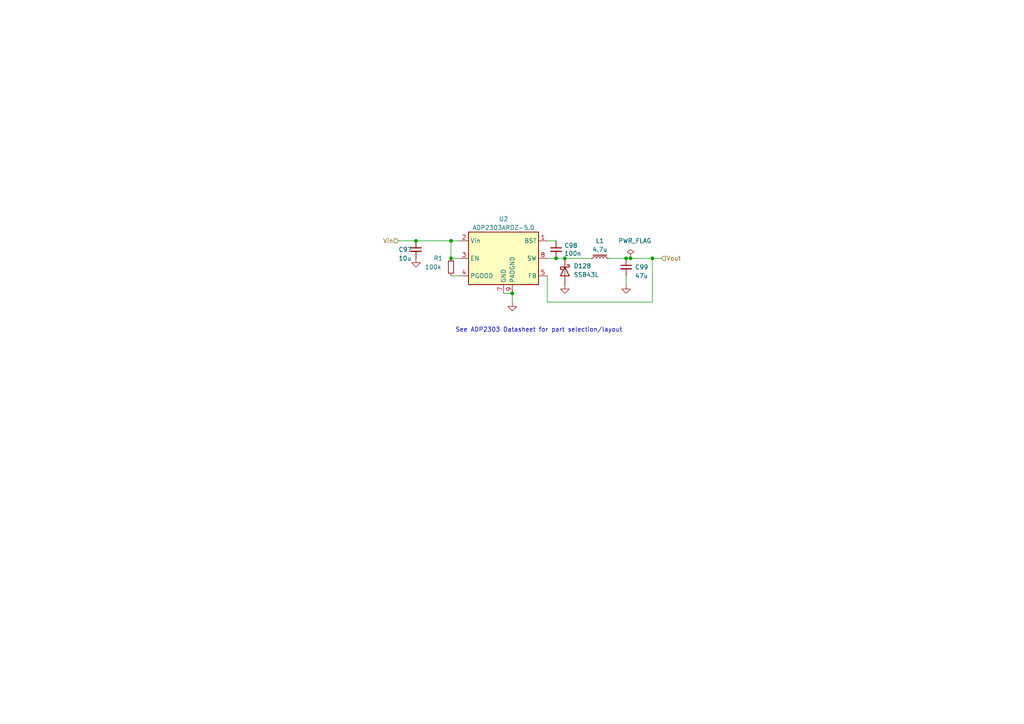
<source format=kicad_sch>
(kicad_sch (version 20230121) (generator eeschema)
  (paper "A4")
  (lib_symbols
    (symbol "Device:C_Small" (pin_numbers hide) (pin_names (offset 0.254) hide)
      (property "Reference" "C" (at 0.254 1.778 0))
      (property "Value" "C_Small" (at 0.254 -2.032 0))
      (symbol "C_Small_0_1"
        (polyline (pts (xy -1.524 -0.508) (xy 1.524 -0.508)) (stroke (width 0.3302)))
        (polyline (pts (xy -1.524 0.508) (xy 1.524 0.508)) (stroke (width 0.3048)))
      )
      (symbol "C_Small_1_1"
        (pin passive line (at 0 2.54 270) (length 2.032) (name "~") (number "1"))
        (pin passive line (at 0 -2.54 90) (length 2.032) (name "~") (number "2"))
      )
    )
    (symbol "Device:D_Schottky" (pin_numbers hide) (pin_names (offset 1.016) hide)
      (property "Reference" "D" (at 0 2.54 0))
      (property "Value" "D_Schottky" (at 0 -2.54 0))
      (symbol "D_Schottky_0_1"
        (polyline (pts (xy 1.27 0) (xy -1.27 0)))
        (polyline (pts (xy 1.27 1.27) (xy 1.27 -1.27) (xy -1.27 0) (xy 1.27 1.27)) (stroke (width 0.254)))
        (polyline (pts (xy -1.905 0.635) (xy -1.905 1.27) (xy -1.27 1.27) (xy -1.27 -1.27) (xy -0.635 -1.27) (xy -0.635 -0.635)) (stroke (width 0.254)))
      )
      (symbol "D_Schottky_1_1"
        (pin passive line (at -3.81 0 0) (length 2.54) (name "K") (number "1"))
        (pin passive line (at 3.81 0 180) (length 2.54) (name "A") (number "2"))
      )
    )
    (symbol "Device:L_Iron_Small" (pin_numbers hide) (pin_names (offset 0.254) hide)
      (property "Reference" "L" (at 1.27 1.016 0))
      (property "Value" "L_Iron_Small" (at 1.27 -1.27 0))
      (symbol "L_Iron_Small_0_1"
        (arc (start 0 -2.032) (mid 0.5058 -1.524) (end 0 -1.016))
        (arc (start 0 -1.016) (mid 0.5058 -0.508) (end 0 0))
        (polyline (pts (xy 0.762 2.032) (xy 0.762 -2.032)))
        (polyline (pts (xy 1.016 -2.032) (xy 1.016 2.032)))
        (arc (start 0 0) (mid 0.5058 0.508) (end 0 1.016))
        (arc (start 0 1.016) (mid 0.5058 1.524) (end 0 2.032))
      )
      (symbol "L_Iron_Small_1_1"
        (pin passive line (at 0 2.54 270) (length 0.508) (name "~") (number "1"))
        (pin passive line (at 0 -2.54 90) (length 0.508) (name "~") (number "2"))
      )
    )
    (symbol "Device:R_Small" (pin_numbers hide) (pin_names (offset 0.254) hide)
      (property "Reference" "R" (at 0.762 0.508 0))
      (property "Value" "R_Small" (at 0.762 -1.016 0))
      (symbol "R_Small_0_1"
        (rectangle (start -0.762 1.778) (end 0.762 -1.778) (stroke (width 0.2032)))
      )
      (symbol "R_Small_1_1"
        (pin passive line (at 0 2.54 270) (length 0.762) (name "~") (number "1"))
        (pin passive line (at 0 -2.54 90) (length 0.762) (name "~") (number "2"))
      )
    )
    (symbol "Regulator_Switching:ADP2303ARDZ-5.0"
      (property "Reference" "U" (at -10.16 8.89 0))
      (property "Value" "ADP2303ARDZ-5.0" (at -3.81 8.89 0))
      (symbol "ADP2303ARDZ-5.0_0_1"
        (rectangle (start -10.16 7.62) (end 10.16 -7.62) (stroke (width 0.254)) (fill (type background)))
      )
      (symbol "ADP2303ARDZ-5.0_1_1"
        (pin input line (at 12.7 5.08 180) (length 2.54) (name "BST") (number "1"))
        (pin power_in line (at -12.7 5.08 0) (length 2.54) (name "Vin") (number "2"))
        (pin input line (at -12.7 0 0) (length 2.54) (name "EN") (number "3"))
        (pin output line (at -12.7 -5.08 0) (length 2.54) (name "PGOOD") (number "4"))
        (pin input line (at 12.7 -5.08 180) (length 2.54) (name "FB") (number "5"))
        (pin no_connect line (at -10.16 2.54 0) (length 2.54) hide (name "NC") (number "6"))
        (pin power_in line (at 0 -10.16 90) (length 2.54) (name "GND") (number "7"))
        (pin power_out line (at 12.7 0 180) (length 2.54) (name "SW") (number "8"))
        (pin power_in line (at 2.54 -10.16 90) (length 2.54) (name "PADGND") (number "9"))
      )
    )
    (symbol "power:GND" (power) (pin_names (offset 0))
      (property "Value" "GND" (at 0 -3.81 0))
      (symbol "GND_0_1"
        (polyline (pts (xy 0 0) (xy 0 -1.27) (xy 1.27 -1.27) (xy 0 -2.54) (xy -1.27 -1.27) (xy 0 -1.27)))
      )
      (symbol "GND_1_1"
        (pin power_in line (at 0 0 270) (length 0) hide (name "GND") (number "1"))
      )
    )
    (symbol "power:PWR_FLAG" (power) (pin_numbers hide) (pin_names (offset 0) hide)
      (property "Value" "PWR_FLAG" (at 0 3.81 0))
      (symbol "PWR_FLAG_0_0"
        (pin power_out line (at 0 0 90) (length 0) (name "pwr") (number "1"))
      )
      (symbol "PWR_FLAG_0_1"
        (polyline (pts (xy 0 0) (xy 0 1.27) (xy -1.016 1.905) (xy 0 2.54) (xy 1.016 1.905) (xy 0 1.27)))
      )
    )
  )
  (junction (at 182.88 74.93))
  (junction (at 161.29 74.93))
  (junction (at 130.81 69.85))
  (junction (at 163.83 74.93))
  (junction (at 130.81 74.93))
  (junction (at 189.23 74.93))
  (junction (at 148.59 85.09))
  (junction (at 181.61 74.93))
  (junction (at 120.65 69.85))
  (wire (pts (xy 161.29 74.93) (xy 163.83 74.93)))
  (wire (pts (xy 133.35 69.85) (xy 130.81 69.85)))
  (wire (pts (xy 148.59 87.63) (xy 148.59 85.09)))
  (wire (pts (xy 158.75 87.63) (xy 189.23 87.63)))
  (wire (pts (xy 182.88 74.93) (xy 189.23 74.93)))
  (wire (pts (xy 189.23 74.93) (xy 191.77 74.93)))
  (wire (pts (xy 130.81 74.93) (xy 133.35 74.93)))
  (wire (pts (xy 130.81 69.85) (xy 130.81 74.93)))
  (wire (pts (xy 148.59 85.09) (xy 146.05 85.09)))
  (wire (pts (xy 181.61 82.55) (xy 181.61 80.01)))
  (wire (pts (xy 163.83 74.93) (xy 171.45 74.93)))
  (wire (pts (xy 115.57 69.85) (xy 120.65 69.85)))
  (wire (pts (xy 181.61 74.93) (xy 182.88 74.93)))
  (wire (pts (xy 120.65 69.85) (xy 130.81 69.85)))
  (wire (pts (xy 158.75 74.93) (xy 161.29 74.93)))
  (wire (pts (xy 176.53 74.93) (xy 181.61 74.93)))
  (wire (pts (xy 158.75 69.85) (xy 161.29 69.85)))
  (wire (pts (xy 158.75 80.01) (xy 158.75 87.63)))
  (wire (pts (xy 130.81 80.01) (xy 133.35 80.01)))
  (wire (pts (xy 189.23 87.63) (xy 189.23 74.93)))
  (text "See ADP2303 Datasheet for part selection/layout" (at 132.08 96.52 0) (effects (font (size 1.27 1.27)) (justify left bottom)))
  (hierarchical_label "Vin" (shape input) (at 115.57 69.85 180))
  (hierarchical_label "Vout" (shape input) (at 191.77 74.93 0))
  (symbol (lib_id "Device:C_Small") (at 181.61 77.47 0) (mirror y) (unit 1)
    (property "Reference" "C99" (at 184.15 77.47 0) (effects (justify right)))
    (property "Value" "47u" (at 184.15 80.01 0) (effects (justify right)))
    (property "Footprint" "Capacitor_SMD:C_0805_2012Metric" (effects hide))
    (property "LCSC" "C16780" (effects hide))
    (instances (project "PCB" (path "" (reference "C99") (unit 1)) (path "" (reference "C102") (unit 1))))
  )
  (symbol (lib_id "power:GND") (at 181.61 82.55 0) (unit 1)
    (property "Reference" "#PWR0190" (effects hide))
    (property "Value" "GND" (effects hide))
    (instances (project "PCB" (path "" (reference "#PWR0190") (unit 1)) (path "" (reference "#PWR0194") (unit 1))))
  )
  (symbol (lib_id "power:GND") (at 163.83 82.55 0) (unit 1)
    (property "Reference" "#PWR0191" (effects hide))
    (property "Value" "GND" (effects hide))
    (instances (project "PCB" (path "" (reference "#PWR0191") (unit 1)) (path "" (reference "#PWR0195") (unit 1))))
  )
  (symbol (lib_id "Device:C_Small") (at 161.29 72.39 0) (unit 1)
    (property "Reference" "C98" (at 163.6268 71.2216 0) (effects (justify left)))
    (property "Value" "100n" (at 163.6268 73.533 0) (effects (justify left)))
    (property "Footprint" "Capacitor_SMD:C_0402_1005Metric" (effects hide))
    (property "LCSC" "C307331" (effects hide))
    (instances (project "PCB" (path "" (reference "C98") (unit 1)) (path "" (reference "C101") (unit 1))))
  )
  (symbol (lib_id "Device:D_Schottky") (at 163.83 78.74 270) (unit 1)
    (property "Reference" "D128" (at 166.37 77.1524 90) (effects (justify left)))
    (property "Value" "SSB43L" (at 166.37 79.6924 90) (effects (justify left)))
    (property "Footprint" "Diode_SMD:D_SMB" (effects hide))
    (property "LCSC" "C222519" (effects hide))
    (instances (project "PCB" (path "" (reference "D128") (unit 1)) (path "" (reference "D129") (unit 1))))
  )
  (symbol (lib_id "Regulator_Switching:ADP2303ARDZ-5.0") (at 146.05 74.93 0) (unit 1)
    (property "Reference" "U2" (at 146.05 63.5 0))
    (property "Value" "ADP2303ARDZ-5.0" (at 146.05 66.04 0))
    (property "Footprint" "Package_SO:SOIC-8-1EP_3.9x4.9mm_P1.27mm_EP2.29x3mm" (effects hide))
    (property "Datasheet" "https://www.analog.com/media/en/technical-documentation/data-sheets/ADP2302_2303.pdf" (effects hide))
    (property "LCSC" "C659153" (effects hide))
    (instances (project "PCB" (path "" (reference "U2") (unit 1)) (path "" (reference "U6") (unit 1))))
  )
  (symbol (lib_id "Device:L_Iron_Small") (at 173.99 74.93 90) (unit 1)
    (property "Reference" "L1" (at 173.99 69.85 90))
    (property "Value" "4.7u" (at 173.99 72.39 90))
    (property "Footprint" "Inductor_SMD:L_7.3x7.3_H3.5" (effects hide))
    (property "LCSC" "C497878" (effects hide))
    (instances (project "PCB" (path "" (reference "L1") (unit 1)) (path "" (reference "L2") (unit 1))))
  )
  (symbol (lib_id "power:GND") (at 148.59 87.63 0) (unit 1)
    (property "Reference" "#PWR0188" (effects hide))
    (property "Value" "GND" (effects hide))
    (instances (project "PCB" (path "" (reference "#PWR0188") (unit 1)) (path "" (reference "#PWR0192") (unit 1))))
  )
  (symbol (lib_id "Device:C_Small") (at 120.65 72.39 0) (mirror y) (unit 1)
    (property "Reference" "C97" (at 115.57 72.39 0) (effects (justify right)))
    (property "Value" "10u" (at 115.57 74.93 0) (effects (justify right)))
    (property "Footprint" "Capacitor_SMD:C_0805_2012Metric" (effects hide))
    (property "LCSC" "C440198" (effects hide))
    (instances (project "PCB" (path "" (reference "C97") (unit 1)) (path "" (reference "C100") (unit 1))))
  )
  (symbol (lib_id "power:GND") (at 120.65 74.93 0) (unit 1)
    (property "Reference" "#PWR0189" (effects hide))
    (property "Value" "GND" (effects hide))
    (instances (project "PCB" (path "" (reference "#PWR0189") (unit 1)) (path "" (reference "#PWR0193") (unit 1))))
  )
  (symbol (lib_id "power:PWR_FLAG") (at 182.88 74.93 0) (unit 1)
    (property "Reference" "#FLG0104" (effects hide))
    (property "Value" "PWR_FLAG" (at 184.15 69.85 0))
    (instances (project "PCB" (path "" (reference "#FLG0104") (unit 1)) (path "" (reference "#FLG0106") (unit 1))))
  )
  (symbol (lib_id "Device:R_Small") (at 130.81 77.47 0) (unit 1)
    (property "Reference" "R1" (at 125.73 74.93 0) (effects (justify left)))
    (property "Value" "100k" (at 123.19 77.47 0) (effects (justify left)))
    (property "Footprint" "Resistor_SMD:R_0402_1005Metric" (effects hide))
    (property "LCSC" "C25086" (effects hide))
    (instances (project "PCB" (path "" (reference "R1") (unit 1)) (path "" (reference "R2") (unit 1))))
  )
)
</source>
